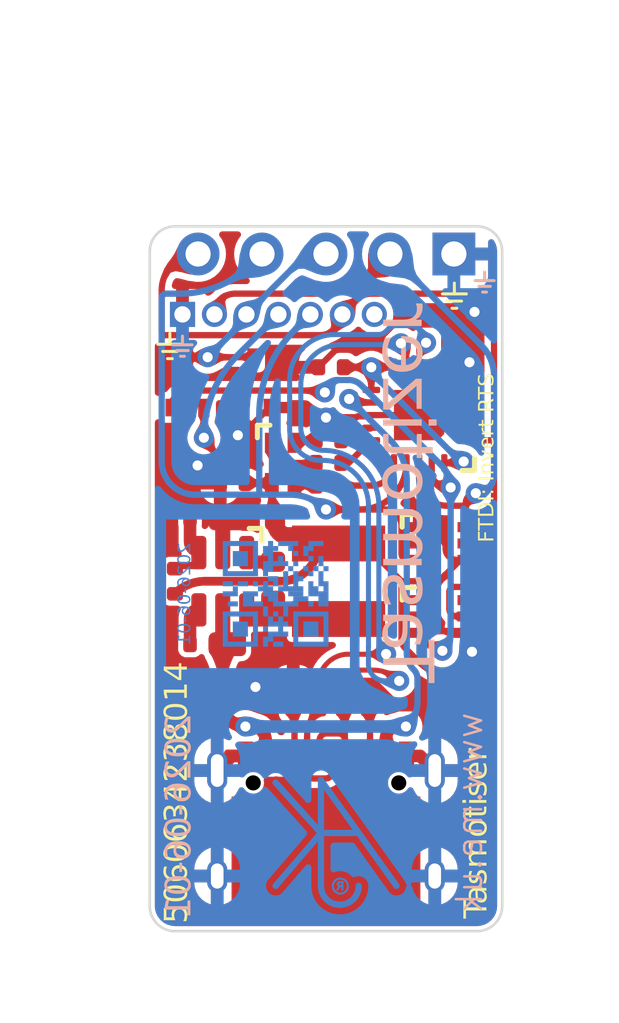
<source format=kicad_pcb>
(kicad_pcb (version 20221018) (generator pcbnew)
  (title_block (title "Tasmotizer") (rev "4") (company "Adrian Kennard, Andrews & Arnold Ltd") (comment 1 "toot.me.uk/@RevK") (comment 2 "www.me.uk"))
  (layers (0 "F.Cu" signal) (31 "B.Cu" signal) (34 "B.Paste" user) (35 "F.Paste" user) (36 "B.SilkS" user "B.Silkscreen") (37 "F.SilkS" user "F.Silkscreen") (38 "B.Mask" user) (39 "F.Mask" user) (44 "Edge.Cuts" user))
  (net 0 "")
  (net 1 "GND")
  (net 2 "VBUS")
  (net 3 "RXD")
  (net 4 "+3V3")
  (net 5 "GPIO0")
  (net 6 "TXD")
  (net 7 "RST")
  (net 8 "D-")
  (net 9 "D+")
  (net 10 "Net-(U1-3V3OUT)")
  (net 11 "Net-(D4-RK)")
  (net 12 "Net-(D4-GK)")
  (net 13 "Net-(J1-Pin_3)")
  (net 15 "Net-(J3-CC1)")
  (net 16 "Net-(J3-D+-PadA6)")
  (net 17 "Net-(J3-D--PadA7)")
  (net 19 "Net-(J3-CC2)")
  (net 21 "Net-(D4-BK)")
  (net 22 "Net-(U1-CBUS0)")
  (net 23 "Net-(U1-CBUS1)")
  (net 28 "Net-(U1-CBUS3)")
  (footprint "RevK:PinHeader_1x07_P1.27mm_Vertical" (layer "F.Cu") (at 175.11 58.5 90)
    (fp_text reference "J2" hide)
    (fp_text value "Conn_01x07")
  )
  (footprint "RevK:R_0402" (layer "F.Cu") (at 178.7 73.7 -90)
    (fp_text reference "R2" hide)
    (fp_text value "5K1" hide)
  )
  (footprint "RevK:PinHeader_1x05_P2.54mm_Right" (layer "F.Cu") (at 177 56.1 180)
    (fp_text reference "J1" hide)
    (fp_text value "Shelly 1" hide)
  )
  (footprint "RevK:QFN-20-1EP_4x4mm_P0.5mm_EP2.5x2.5mm" (layer "F.Cu") (at 180.7 62.5 180)
    (fp_text reference "U1" hide)
    (fp_text value "FT231XQ")
  )
  (footprint "RevK:USC16-TR" (layer "F.Cu") (at 177 78.5)
    (fp_text reference "J3" hide)
    (fp_text value "USB-C")
  )
  (footprint "RevK:R_0402" (layer "F.Cu") (at 175.7 73.7 90)
    (fp_text reference "R1" hide)
    (fp_text value "5K1" hide)
  )
  (footprint "RevK:R_0402" (layer "F.Cu") (at 176.7 73.7 90)
    (fp_text reference "R3" hide)
    (fp_text value "27R" hide)
  )
  (footprint "RevK:R_0402" (layer "F.Cu") (at 177.7 73.7 90)
    (fp_text reference "R4" hide)
    (fp_text value "27R" hide)
  )
  (footprint "RevK:SOT-363_SC-70-6" (layer "F.Cu") (at 181.6 70.5)
    (fp_text reference "D1" hide)
    (fp_text value "BAV99S")
  )
  (footprint "RevK:SOT-363_SC-70-6" (layer "F.Cu") (at 181.6 67.6)
    (fp_text reference "D2" hide)
    (fp_text value "BAV99S")
  )
  (footprint "RevK:C_0402" (layer "F.Cu") (at 177.2 60.6 180)
    (fp_text reference "C1" hide)
    (fp_text value "100nF" hide)
  )
  (footprint "RevK:SOT-323_SC-70" (layer "F.Cu") (at 171.5 61.2 -90)
    (fp_text reference "Q1" hide)
    (fp_text value "PMF170XP,115" hide)
  )
  (footprint "RevK:LED-RGB-1.6x1.6" (layer "F.Cu") (at 175.3 64.4 -90)
    (fp_text reference "D4" hide)
    (fp_text value "RGB")
  )
  (footprint "RevK:C_0603_" (layer "F.Cu") (at 174.2 71.6 180)
    (fp_text reference "C6" hide)
    (fp_text value "10uF 50V")
  )
  (footprint "RevK:R_0402" (layer "F.Cu") (at 177.1 64.4)
    (fp_text reference "R6" hide)
    (fp_text value "680R" hide)
  )
  (footprint "RevK:R_0402_" (layer "F.Cu") (at 172.1 66.6)
    (fp_text reference "R9" hide)
    (fp_text value "39k2" hide)
  )
  (footprint "RevK:C_0603_" (layer "F.Cu") (at 174.9 69.1 90)
    (fp_text reference "C8" hide)
    (fp_text value "100nF")
  )
  (footprint "RevK:L_4x4_" (layer "F.Cu") (at 177.5 69.1 90)
    (fp_text reference "L2" hide)
    (fp_text value "10uH")
  )
  (footprint "RevK:R_0402" (layer "F.Cu") (at 177.1 63.5)
    (fp_text reference "R7" hide)
    (fp_text value "2K" hide)
  )
  (footprint "RevK:C_0402" (layer "F.Cu") (at 173.3 65.2 180)
    (fp_text reference "C5" hide)
    (fp_text value "100nF" hide)
  )
  (footprint "RevK:SOT-323_SC-70" (layer "F.Cu") (at 174.1 61.2 -90)
    (fp_text reference "Q2" hide)
    (fp_text value "PMF250XNEX" hide)
  )
  (footprint "RevK:R_0402" (layer "F.Cu") (at 177.1 65.3)
    (fp_text reference "R11" hide)
    (fp_text value "220R" hide)
  )
  (footprint "RevK:SOT-23-6-MD8942" (layer "F.Cu") (at 172.9 69.1 90)
    (fp_text reference "U3" hide)
    (fp_text value "MD8942")
  )
  (footprint "RevK:R_0402_" (layer "F.Cu") (at 171 69.1 90)
    (fp_text reference "R8" hide)
    (fp_text value "124k" hide)
  )
  (footprint "RevK:R_0402_" (layer "F.Cu") (at 172.1 71.6 180)
    (fp_text reference "R10" hide)
    (fp_text value "1M" hide)
  )
  (footprint "RevK:C_0603_" (layer "F.Cu") (at 174.2 66.6 180)
    (fp_text reference "C7" hide)
    (fp_text value "10uF 6.3V")
  )
  (footprint "RevK:QR-TAS" (layer "B.Cu") (at 175 69.6 90)
    (fp_text reference "Art2" hide)
    (fp_text value "QR" hide)
  )
  (footprint "RevK:AJK" (layer "B.Cu") (at 176.8 79.1 180)
    (fp_text reference "Art1" hide)
    (fp_text value "AJK" hide)
  )
  (gr_line (start 170 56) (end 170 82) (stroke (width 0.1)) (layer "Edge.Cuts"))
  (gr_arc (start 183 55) (mid 183.707107 55.292893) (end 184 56) (stroke (width 0.1)) (layer "Edge.Cuts"))
  (gr_arc (start 170 56) (mid 170.292893 55.292893) (end 171 55) (stroke (width 0.1)) (layer "Edge.Cuts"))
  (gr_arc (start 171 83) (mid 170.292893 82.707107) (end 170 82) (stroke (width 0.1)) (layer "Edge.Cuts"))
  (gr_line (start 171 83) (end 183 83) (stroke (width 0.1)) (layer "Edge.Cuts"))
  (gr_arc (start 184 82) (mid 183.707107 82.707107) (end 183 83) (stroke (width 0.1)) (layer "Edge.Cuts"))
  (gr_line (start 183 55) (end 171 55) (stroke (width 0.1)) (layer "Edge.Cuts"))
  (gr_line (start 184 82) (end 184 56) (stroke (width 0.1)) (layer "Edge.Cuts"))
  (gr_text "⏚" (at 183.3 57.25) (layer "B.SilkS") (effects (font (size 0.8 0.8) (thickness 0.12)) (justify mirror)))
  (gr_text "${CURRENT_DATE}" (at 171.2 82.5 90) (layer "B.SilkS") (effects (font (size 1 1)) (justify right mirror)))
  (gr_text "⏚" (at 171.3 59.8) (layer "B.SilkS") (effects (font (size 0.8 0.8) (thickness 0.12)) (justify mirror)))
  (gr_text "Tasmotizer" (at 180.1 65.6 -90) (layer "B.SilkS") (effects (font (size 2 2)) (justify mirror)))
  (gr_text "⏚" (at 182.1 57.8) (layer "F.SilkS") (effects (font (size 1 1) (thickness 0.12))))
  (gr_text "FTDI: Invert RTS" (at 183.4 64.2 90) (layer "F.SilkS") (effects (font (size 0.6 0.6) (thickness 0.12))))
  (gr_text "⏚" (at 170.8 59.8) (layer "F.SilkS") (effects (font (size 1 1) (thickness 0.12))))
  (gr_text "5060634238014" (at 171.1 82.7 90) (layer "F.SilkS") (effects (font (size 0.9 0.9)) (justify left)))
  (gr_text "Tasmotiser" (at 183 82.5 90) (layer "F.SilkS") (effects (font (size 0.9 0.9)) (justify left)))
  (segment (start 180.2 76.04) (end 180.74 76.04) (width 0.5) (layer "F.Cu") (net 1))
  (segment (start 173.5 63.3) (end 173.65 63.3) (width 0.25) (layer "F.Cu") (net 1))
  (segment (start 181.4 58.9) (end 179.686727 58.9) (width 0.25) (layer "F.Cu") (net 1))
  (segment (start 182.55 71.15) (end 181.975 71.15) (width 0.25) (layer "F.Cu") (net 1))
  (segment (start 182.55 68.25) (end 182.2 68.25) (width 0.25) (layer "F.Cu") (net 1))
  (segment (start 179.261727 59.325) (end 177.975 59.325) (width 0.25) (layer "F.Cu") (net 1))
  (segment (start 182.55 68.25) (end 182.338604 68.25) (width 0.25) (layer "F.Cu") (net 1))
  (segment (start 178.253661 62.55) (end 178.21992 62.583741) (width 0.25) (layer "F.Cu") (net 1))
  (segment (start 181.7 61.5) (end 180.7 62.5) (width 0.25) (layer "F.Cu") (net 1))
  (segment (start 181.75 67.8) (end 181.75 67.5) (width 0.25) (layer "F.Cu") (net 1))
  (segment (start 180.65 69.85) (end 180.95 69.85) (width 0.25) (layer "F.Cu") (net 1))
  (segment (start 173.65 63.3) (end 174.75 62.2) (width 0.25) (layer "F.Cu") (net 1))
  (segment (start 173.26 76.04) (end 172.68 76.62) (width 0.5) (layer "F.Cu") (net 1))
  (segment (start 182.6 63) (end 181.2 63) (width 0.25) (layer "F.Cu") (net 1))
  (segment (start 180.65 66.95) (end 181.2 66.95) (width 0.25) (layer "F.Cu") (net 1))
  (segment (start 182.6 62) (end 181.2 62) (width 0.25) (layer "F.Cu") (net 1))
  (segment (start 173.8 76.04) (end 173.26 76.04) (width 0.5) (layer "F.Cu") (net 1))
  (segment (start 182.338604 68.25) (end 180.738604 69.85) (width 0.25) (layer "F.Cu") (net 1))
  (segment (start 181.7 59.2) (end 181.4 58.9) (width 0.25) (layer "F.Cu") (net 1))
  (segment (start 180.620498 74.020498) (end 181.32 74.72) (width 0.5) (layer "F.Cu") (net 1))
  (segment (start 178.7 73.2) (end 178.847315 73.2) (width 0.5) (layer "F.Cu") (net 1))
  (segment (start 180.74 76.04) (end 181.32 76.62) (width 0.5) (layer "F.Cu") (net 1))
  (segment (start 178.75 62.55) (end 178.253661 62.55) (width 0.25) (layer "F.Cu") (net 1))
  (segment (start 181.7 60.6) (end 181.7 61.5) (width 0.25) (layer "F.Cu") (net 1))
  (segment (start 179.667813 74.020498) (end 180.620498 74.020498) (width 0.5) (layer "F.Cu") (net 1))
  (segment (start 178.8 62.5) (end 180.7 62.5) (width 0.25) (layer "F.Cu") (net 1))
  (segment (start 174.75 62.2) (end 176.034315 62.2) (width 0.25) (layer "F.Cu") (net 1))
  (segment (start 182.6 62.5) (end 180.7 62.5) (width 0.25) (layer "F.Cu") (net 1))
  (segment (start 181.32 74.72) (end 181.32 76.62) (width 0.5) (layer "F.Cu") (net 1))
  (segment (start 178.847315 73.2) (end 179.667813 74.020498) (width 0.5) (layer "F.Cu") (net 1))
  (segment (start 182.6 61.5) (end 181.7 61.5) (width 0.25) (layer "F.Cu") (net 1))
  (segment (start 181.4 70.3) (end 181.4 70.575) (width 0.25) (layer "F.Cu") (net 1))
  (segment (start 179.686727 58.9) (end 179.261727 59.325) (width 0.25) (layer "F.Cu") (net 1))
  (segment (start 182.55 71.15) (end 182.55 71.65) (width 0.25) (layer "F.Cu") (net 1))
  (segment (start 177.975 59.325) (end 176.7 60.6) (width 0.25) (layer "F.Cu") (net 1))
  (segment (start 178.21992 62.583741) (end 177.016259 62.583741) (width 0.25) (layer "F.Cu") (net 1))
  (segment (start 177.016259 62.583741) (end 177 62.6) (width 0.25) (layer "F.Cu") (net 1))
  (segment (start 178.8 62.5) (end 178.75 62.55) (width 0.25) (layer "F.Cu") (net 1))
  (segment (start 181.7 60.6) (end 181.7 59.2) (width 0.25) (layer "F.Cu") (net 1))
  (segment (start 182.55 71.65) (end 182.8 71.9) (width 0.25) (layer "F.Cu") (net 1))
  (via (at 182.7 60.4) (size 0.8) (drill 0.4) (layers "F.Cu" "B.Cu") (net 1))
  (via (at 174.2 73.3) (size 0.8) (drill 0.4) (layers "F.Cu" "B.Cu") (net 1))
  (via (at 171.9 64.5) (size 0.8) (drill 0.4) (layers "F.Cu" "B.Cu") (net 1))
  (via (at 173.5 63.3) (size 0.8) (drill 0.4) (layers "F.Cu" "B.Cu") (net 1))
  (via (at 182.8 71.9) (size 0.8) (drill 0.4) (layers "F.Cu" "B.Cu") (net 1))
  (via (at 177 62.6) (size 0.8) (drill 0.4) (layers "F.Cu" "B.Cu") (net 1))
  (via (at 182.9 58.4) (size 0.8) (drill 0.4) (layers "F.Cu" "B.Cu") (net 1))
  (arc (start 176.034315 62.2) (mid 176.55694 62.303957) (end 177 62.6) (width 0.25) (layer "F.Cu") (net 1))
  (arc (start 182.2 68.25) (mid 181.881802 68.118198) (end 181.75 67.8) (width 0.25) (layer "F.Cu") (net 1))
  (arc (start 181.2 66.95) (mid 181.588909 67.111091) (end 181.75 67.5) (width 0.25) (layer "F.Cu") (net 1))
  (arc (start 181.975 71.15) (mid 181.568414 70.981586) (end 181.4 70.575) (width 0.25) (layer "F.Cu") (net 1))
  (arc (start 180.95 69.85) (mid 181.268198 69.981802) (end 181.4 70.3) (width 0.25) (layer "F.Cu") (net 1))
  (segment (start 180.9 72.388901) (end 180.9 66.5) (width 0.25) (layer "B.Cu") (net 1))
  (segment (start 181.32 72.808901) (end 180.9 72.388901) (width 0.25) (layer "B.Cu") (net 1))
  (segment (start 181.32 76.62) (end 181.32 72.808901) (width 0.25) (layer "B.Cu") (net 1))
  (segment (start 172.9 73.970498) (end 172.9 71.6) (width 0.5) (layer "F.Cu") (net 2))
  (segment (start 174.6 76.04) (end 174.6 75.4) (width 0.5) (layer "F.Cu") (net 2))
  (segment (start 179.4 76.04) (end 179.4 75.270498) (width 0.5) (layer "F.Cu") (net 2))
  (segment (start 178.060874 62) (end 177.919615 61.858741) (width 0.25) (layer "F.Cu") (net 2))
  (segment (start 179.8 74.870498) (end 180.175 74.870498) (width 0.5) (layer "F.Cu") (net 2))
  (segment (start 173.8 74.870498) (end 174.070498 74.870498) (width 0.5) (layer "F.Cu") (net 2))
  (segment (start 178.8 62) (end 178.060874 62) (width 0.25) (layer "F.Cu") (net 2))
  (via (at 177.919615 61.858741) (size 0.8) (drill 0.4) (layers "F.Cu" "B.Cu") (net 2))
  (via (at 173.8 74.870498) (size 0.8) (drill 0.4) (layers "F.Cu" "B.Cu") (net 2))
  (via (at 180.175 74.870498) (size 0.8) (drill 0.4) (layers "F.Cu" "B.Cu") (net 2))
  (arc (start 173.8 74.870498) (mid 173.163604 74.606894) (end 172.9 73.970498) (width 0.5) (layer "F.Cu") (net 2))
  (arc (start 174.070498 74.870498) (mid 174.444912 75.025586) (end 174.6 75.4) (width 0.5) (layer "F.Cu") (net 2))
  (arc (start 179.4 75.270498) (mid 179.517157 74.987655) (end 179.8 74.870498) (width 0.5) (layer "F.Cu") (net 2))
  (segment (start 180.175 74.870498) (end 180.271165 74.774333) (width 0.25) (layer "B.Cu") (net 2))
  (segment (start 180.633326 72.965063) (end 180.633326 73.9) (width 0.25) (layer "B.Cu") (net 2))
  (segment (start 173.8 74.870498) (end 180.175 74.870498) (width 0.5) (layer "B.Cu") (net 2))
  (segment (start 180.208631 65.1) (end 180.208631 71.93976) (width 0.25) (layer "B.Cu") (net 2))
  (segment (start 177.919615 61.858741) (end 179.535293 63.474419) (width 0.25) (layer "B.Cu") (net 2))
  (arc (start 180.487351 72.612649) (mid 180.595388 72.774338) (end 180.633326 72.965063) (width 0.25) (layer "B.Cu") (net 2))
  (arc (start 180.271165 74.774333) (mid 180.539203 74.373186) (end 180.633326 73.9) (width 0.25) (layer "B.Cu") (net 2))
  (arc (start 180.208631 71.93976) (mid 180.281067 72.303924) (end 180.487351 72.612649) (width 0.25) (layer "B.Cu") (net 2))
  (arc (start 179.535293 63.474419) (mid 180.033636 64.220241) (end 180.208631 65.1) (width 0.25) (layer "B.Cu") (net 2))
  (segment (start 180 68) (end 180 66.8875) (width 0.25) (layer "F.Cu") (net 3))
  (segment (start 177 66.25) (end 178.35 66.25) (width 0.25) (layer "F.Cu") (net 3))
  (segment (start 179.3625 66.25) (end 177 66.25) (width 0.25) (layer "F.Cu") (net 3))
  (segment (start 180.65 68.25) (end 180.25 68.25) (width 0.25) (layer "F.Cu") (net 3))
  (via (at 177 66.25) (size 0.8) (drill 0.4) (layers "F.Cu" "B.Cu") (net 3))
  (arc (start 180 66.8875) (mid 179.813281 66.436719) (end 179.3625 66.25) (width 0.25) (layer "F.Cu") (net 3))
  (arc (start 180.25 68.25) (mid 180.073223 68.176777) (end 180 68) (width 0.25) (layer "F.Cu") (net 3))
  (arc (start 178.35 66.25) (mid 179.658148 65.708148) (end 180.2 64.4) (width 0.25) (layer "F.Cu") (net 3))
  (segment (start 171.8 65.661231) (end 174.4 65.661231) (width 0.25) (layer "B.Cu") (net 3))
  (segment (start 174.4 65.661231) (end 175.578586 65.661231) (width 0.25) (layer "B.Cu") (net 3))
  (segment (start 175.743 59.136999) (end 176.38 58.5) (width 0.25) (layer "B.Cu") (net 3))
  (segment (start 170.475 57.85) (end 170.475 64.336231) (width 0.25) (layer "B.Cu") (net 3))
  (segment (start 174.35 62.5) (end 174.35 65.611231) (width 0.25) (layer "B.Cu") (net 3))
  (segment (start 171.2 57.675) (end 170.65 57.675) (width 0.25) (layer "B.Cu") (net 3))
  (arc (start 174.076475 56.483525) (mid 172.756737 57.365345) (end 171.2 57.675) (width 0.25) (layer "B.Cu") (net 3))
  (arc (start 170.475 64.336231) (mid 170.863084 65.273147) (end 171.8 65.661231) (width 0.25) (layer "B.Cu") (net 3))
  (arc (start 174.35 62.5) (mid 174.712029 60.679957) (end 175.743 59.136999) (width 0.25) (layer "B.Cu") (net 3))
  (arc (start 174.35 65.611231) (mid 174.364645 65.646586) (end 174.4 65.661231) (width 0.25) (layer "B.Cu") (net 3))
  (arc (start 170.65 57.675) (mid 170.526256 57.726256) (end 170.475 57.85) (width 0.25) (layer "B.Cu") (net 3))
  (arc (start 177 66.25) (mid 176.34785 65.814247) (end 175.578586 65.661231) (width 0.25) (layer "B.Cu") (net 3))
  (segment (start 180.9 69) (end 181.229289 68.670711) (width 0.25) (layer "F.Cu") (net 4))
  (segment (start 180 70.425) (end 180 71.407196) (width 0.25) (layer "F.Cu") (net 4))
  (segment (start 180 70.425) (end 180 69.1) (width 0.25) (layer "F.Cu") (net 4))
  (segment (start 172.15 63.4) (end 172.15 62.2) (width 0.25) (layer "F.Cu") (net 4))
  (segment (start 180.075 70.5) (end 180 70.425) (width 0.25) (layer "F.Cu") (net 4))
  (segment (start 180.144339 71.755661) (end 180.694339 72.305661) (width 0.25) (layer "F.Cu") (net 4))
  (segment (start 183.2 68) (end 183.2 68.6) (width 0.25) (layer "F.Cu") (net 4))
  (segment (start 182.55 67.6) (end 182.8 67.6) (width 0.25) (layer "F.Cu") (net 4))
  (segment (start 180.65 70.5) (end 180.075 70.5) (width 0.25) (layer "F.Cu") (net 4))
  (segment (start 180 69.1) (end 180.658579 69.1) (width 0.25) (layer "F.Cu") (net 4))
  (segment (start 182.2 70.5) (end 182.55 70.5) (width 0.25) (layer "F.Cu") (net 4))
  (segment (start 180 69.1) (end 178.5 67.6) (width 0.25) (layer "F.Cu") (net 4))
  (segment (start 183.675 72.3) (end 183.675 71.1) (width 0.25) (layer "F.Cu") (net 4))
  (segment (start 180.9 67.6) (end 180.65 67.6) (width 0.25) (layer "F.Cu") (net 4))
  (segment (start 182.1292 72.9) (end 183.075 72.9) (width 0.25) (layer "F.Cu") (net 4))
  (segment (start 182.475 69.325) (end 182.1 69.325) (width 0.25) (layer "F.Cu") (net 4))
  (segment (start 174.85 66.475) (end 174.85 65.2) (width 0.25) (layer "F.Cu") (net 4))
  (segment (start 172.15 63.55) (end 172.15 63.4) (width 0.25) (layer "F.Cu") (net 4))
  (segment (start 173.8 65.2) (end 172.15 63.55) (width 0.25) (layer "F.Cu") (net 4))
  (segment (start 181.3 68.5) (end 181.3 68) (width 0.25) (layer "F.Cu") (net 4))
  (segment (start 181.9 69.525) (end 181.9 70.2) (width 0.25) (layer "F.Cu") (net 4))
  (segment (start 183.075 70.5) (end 182.55 70.5) (width 0.25) (layer "F.Cu") (net 4))
  (segment (start 173.8 65.2) (end 174.85 65.2) (width 0.25) (layer "F.Cu") (net 4))
  (via (at 172.15 63.4) (size 0.8) (drill 0.4) (layers "F.Cu" "B.Cu") (net 4))
  (arc (start 182.8 67.6) (mid 183.082843 67.717157) (end 183.2 68) (width 0.25) (layer "F.Cu") (net 4))
  (arc (start 181.3 68) (mid 181.182843 67.717157) (end 180.9 67.6) (width 0.25) (layer "F.Cu") (net 4))
  (arc (start 183.2 68.6) (mid 182.987652 69.112652) (end 182.475 69.325) (width 0.25) (layer "F.Cu") (net 4))
  (arc (start 180.658579 69.1) (mid 180.789236 69.07401) (end 180.9 69) (width 0.25) (layer "F.Cu") (net 4))
  (arc (start 183.075 72.9) (mid 183.499264 72.724264) (end 183.675 72.3) (width 0.25) (layer "F.Cu") (net 4))
  (arc (start 181.9 70.2) (mid 181.987868 70.412132) (end 182.2 70.5) (width 0.25) (layer "F.Cu") (net 4))
  (arc (start 182.1 69.325) (mid 181.958579 69.383579) (end 181.9 69.525) (width 0.25) (layer "F.Cu") (net 4))
  (arc (start 183.675 71.1) (mid 183.499264 70.675736) (end 183.075 70.5) (width 0.25) (layer "F.Cu") (net 4))
  (arc (start 181.229289 68.670711) (mid 181.281623 68.592389) (end 181.3 68.5) (width 0.25) (layer "F.Cu") (net 4))
  (arc (start 180 71.407196) (mid 180.037512 71.595784) (end 180.144339 71.755661) (width 0.25) (layer "F.Cu") (net 4))
  (arc (start 180.694339 72.305661) (mid 181.35266 72.745536) (end 182.1292 72.9) (width 0.25) (layer "F.Cu") (net 4))
  (segment (start 173.521787 60.088213) (end 175.11 58.5) (width 0.25) (layer "B.Cu") (net 4))
  (arc (start 172.15 63.4) (mid 172.506516 61.607674) (end 173.521787 60.088213) (width 0.25) (layer "B.Cu") (net 4))
  (segment (start 178.78878 56.851221) (end 179.54 56.1) (width 0.25) (layer "F.Cu") (net 5))
  (segment (start 176.8 57.675) (end 173.395 57.675) (width 0.25) (layer "F.Cu") (net 5))
  (segment (start 182.55 66.95) (end 182.55 66.1) (width 0.25) (layer "F.Cu") (net 5))
  (segment (start 182.55 66.1) (end 182.55 66.001633) (width 0.25) (layer "F.Cu") (net 5))
  (segment (start 182.55 66.001633) (end 182.55 66.95) (width 0.25) (layer "F.Cu") (net 5))
  (segment (start 182.55 66.1) (end 181.8 66.1) (width 0.25) (layer "F.Cu") (net 5))
  (segment (start 180.7 65) (end 180.7 64.4) (width 0.25) (layer "F.Cu") (net 5))
  (via (at 182.95 65.601633) (size 0.8) (drill 0.4) (layers "F.Cu" "B.Cu") (net 5))
  (arc (start 181.8 66.1) (mid 181.022183 65.777817) (end 180.7 65) (width 0.25) (layer "F.Cu") (net 5))
  (arc (start 182.95 65.601633) (mid 182.667157 65.71879) (end 182.55 66.001633) (width 0.25) (layer "F.Cu") (net 5))
  (arc (start 173.395 57.675) (mid 172.811637 57.916637) (end 172.57 58.5) (width 0.25) (layer "F.Cu") (net 5))
  (arc (start 176.8 57.675) (mid 177.87632 57.460907) (end 178.78878 56.851221) (width 0.25) (layer "F.Cu") (net 5))
  (segment (start 183.675 63.9) (end 183.675 64.1) (width 0.25) (layer "B.Cu") (net 5))
  (segment (start 183.675 64.1) (end 183.675 64.8) (width 0.25) (layer "B.Cu") (net 5))
  (segment (start 183.17 59.73) (end 179.54 56.1) (width 0.25) (layer "B.Cu") (net 5))
  (segment (start 183.675 64.8) (end 183.675 64.825) (width 0.25) (layer "B.Cu") (net 5))
  (segment (start 183.675 64.825) (end 183.675 64.1) (width 0.25) (layer "B.Cu") (net 5))
  (segment (start 183.675 64.876633) (end 183.675 63.9) (width 0.25) (layer "B.Cu") (net 5))
  (segment (start 183.675 63.9) (end 183.675 60.949177) (width 0.25) (layer "B.Cu") (net 5))
  (arc (start 182.95 65.601633) (mid 183.462652 65.389285) (end 183.675 64.876633) (width 0.25) (layer "B.Cu") (net 5))
  (arc (start 183.675 60.949177) (mid 183.543755 60.289364) (end 183.17 59.73) (width 0.25) (layer "B.Cu") (net 5))
  (segment (start 178.8 57.675) (end 183.05 57.675) (width 0.25) (layer "F.Cu") (net 6))
  (segment (start 183.675 68.7) (end 183.675 68.725) (width 0.25) (layer "F.Cu") (net 6))
  (segment (start 177.65 58.5) (end 178.24519 57.90481) (width 0.25) (layer "F.Cu") (net 6))
  (segment (start 183.675 58.3) (end 183.675 63.5) (width 0.25) (layer "F.Cu") (net 6))
  (segment (start 170.475 59.175) (end 170.475 57.545) (width 0.25) (layer "F.Cu") (net 6))
  (segment (start 176.752083 59.325) (end 170.625 59.325) (width 0.25) (layer "F.Cu") (net 6))
  (segment (start 183.675 68.7) (end 183.675 63.5) (width 0.25) (layer "F.Cu") (net 6))
  (segment (start 182.6 63.5) (end 183.675 63.5) (width 0.25) (layer "F.Cu") (net 6))
  (arc (start 183.675 68.725) (mid 183.345495 69.520495) (end 182.55 69.85) (width 0.25) (layer "F.Cu") (net 6))
  (arc (start 170.625 59.325) (mid 170.518934 59.281066) (end 170.475 59.175) (width 0.25) (layer "F.Cu") (net 6))
  (arc (start 177.577083 58.5) (mid 177.335446 59.083363) (end 176.752083 59.325) (width 0.25) (layer "F.Cu") (net 6))
  (arc (start 170.475 57.545) (mid 170.898231 56.523231) (end 171.92 56.1) (width 0.25) (layer "F.Cu") (net 6))
  (arc (start 178.24519 57.90481) (mid 178.499739 57.734726) (end 178.8 57.675) (width 0.25) (layer "F.Cu") (net 6))
  (arc (start 183.05 57.675) (mid 183.491942 57.858058) (end 183.675 58.3) (width 0.25) (layer "F.Cu") (net 6))
  (segment (start 173.4 61.525) (end 176.880636 61.525) (width 0.25) (layer "F.Cu") (net 7))
  (segment (start 181.2 64.4) (end 181.2 64.798008) (width 0.25) (layer "F.Cu") (net 7))
  (segment (start 176.880636 61.525) (end 176.954083 61.598447) (width 0.25) (layer "F.Cu") (net 7))
  (segment (start 181.952129 65.375) (end 181.776992 65.375) (width 0.25) (layer "F.Cu") (net 7))
  (segment (start 173.45 62.2) (end 173.45 61.575) (width 0.25) (layer "F.Cu") (net 7))
  (segment (start 181.177137 71.677137) (end 180.65 71.15) (width 0.25) (layer "F.Cu") (net 7))
  (segment (start 171.525 61.525) (end 173.4 61.525) (width 0.25) (layer "F.Cu") (net 7))
  (via (at 181.625 71.862648) (size 0.8) (drill 0.4) (layers "F.Cu" "B.Cu") (net 7))
  (via (at 176.954083 61.598447) (size 0.8) (drill 0.4) (layers "F.Cu" "B.Cu") (net 7))
  (via (at 181.952129 65.375) (size 0.8) (drill 0.4) (layers "F.Cu" "B.Cu") (net 7))
  (arc (start 170.85 62.2) (mid 171.047703 61.722703) (end 171.525 61.525) (width 0.25) (layer "F.Cu") (net 7))
  (arc (start 181.625 71.862648) (mid 181.382618 71.814435) (end 181.177137 71.677137) (width 0.25) (layer "F.Cu") (net 7))
  (arc (start 181.776992 65.375) (mid 181.368997 65.206003) (end 181.2 64.798008) (width 0.25) (layer "F.Cu") (net 7))
  (arc (start 173.45 61.575) (mid 173.435355 61.539645) (end 173.4 61.525) (width 0.25) (layer "F.Cu") (net 7))
  (segment (start 178.397439 61.311261) (end 181.592177 64.505999) (width 0.25) (layer "B.Cu") (net 7))
  (segment (start 177.9 61.105215) (end 177.447315 61.105215) (width 0.25) (layer "B.Cu") (net 7))
  (segment (start 181.952129 71.072889) (end 181.952129 65.375) (width 0.25) (layer "B.Cu") (net 7))
  (arc (start 178.397439 61.311261) (mid 178.169212 61.158765) (end 177.9 61.105215) (width 0.25) (layer "B.Cu") (net 7))
  (arc (start 181.952129 65.375) (mid 181.858581 64.9047) (end 181.592177 64.505999) (width 0.25) (layer "B.Cu") (net 7))
  (arc (start 181.625 71.862648) (mid 181.867111 71.500304) (end 181.952129 71.072889) (width 0.25) (layer "B.Cu") (net 7))
  (arc (start 177.447315 61.105215) (mid 177.098547 61.249679) (end 176.954083 61.598447) (width 0.25) (layer "B.Cu") (net 7))
  (segment (start 180.2 60.6) (end 180.2 59.872563) (width 0.2) (layer "F.Cu") (net 8))
  (segment (start 179.378718 71.99945) (end 179.388195 71.989973) (width 0.2) (layer "F.Cu") (net 8))
  (segment (start 180.2 59.872563) (end 179.975258 59.647821) (width 0.2) (layer "F.Cu") (net 8))
  (segment (start 177.79762 71.99945) (end 179.378718 71.99945) (width 0.2) (layer "F.Cu") (net 8))
  (via (at 179.975258 59.647821) (size 0.8) (drill 0.4) (layers "F.Cu" "B.Cu") (net 8))
  (via (at 179.388195 71.989973) (size 0.8) (drill 0.4) (layers "F.Cu" "B.Cu") (net 8))
  (arc (start 176.7 73.2) (mid 177.015961 72.387484) (end 177.79762 71.99945) (width 0.2) (layer "F.Cu") (net 8))
  (segment (start 179.1 66.1) (end 179.1 71.701778) (width 0.2) (layer "B.Cu") (net 8))
  (segment (start 179.923079 59.7) (end 177.6 59.7) (width 0.2) (layer "B.Cu") (net 8))
  (segment (start 176 61.3) (end 176 63) (width 0.2) (layer "B.Cu") (net 8))
  (segment (start 179.975258 59.647821) (end 179.923079 59.7) (width 0.2) (layer "B.Cu") (net 8))
  (arc (start 176.9 63.9) (mid 178.455635 64.544365) (end 179.1 66.1) (width 0.2) (layer "B.Cu") (net 8))
  (arc (start 177.6 59.7) (mid 176.468629 60.168629) (end 176 61.3) (width 0.2) (layer "B.Cu") (net 8))
  (arc (start 176 63) (mid 176.263604 63.636396) (end 176.9 63.9) (width 0.2) (layer "B.Cu") (net 8))
  (arc (start 179.1 71.701778) (mid 179.18441 71.905563) (end 179.388195 71.989973) (width 0.2) (layer "B.Cu") (net 8))
  (segment (start 180.7 59.9) (end 180.975 59.625) (width 0.2) (layer "F.Cu") (net 9))
  (segment (start 180.7 60.6) (end 180.7 59.9) (width 0.2) (layer "F.Cu") (net 9))
  (segment (start 178.27 72.63) (end 178.872803 72.63) (width 0.2) (layer "F.Cu") (net 9))
  (via (at 179.908326 73.058928) (size 0.8) (drill 0.4) (layers "F.Cu" "B.Cu") (net 9))
  (via (at 180.975 59.625) (size 0.8) (drill 0.4) (layers "F.Cu" "B.Cu") (net 9))
  (arc (start 177.7 73.2) (mid 177.866949 72.796949) (end 178.27 72.63) (width 0.2) (layer "F.Cu") (net 9))
  (arc (start 178.872803 72.63) (mid 179.433224 72.741475) (end 179.908326 73.058928) (width 0.2) (layer "F.Cu") (net 9))
  (segment (start 178.686314 72.386314) (end 178.686314 71.707398) (width 0.2) (layer "B.Cu") (net 9))
  (segment (start 179.908326 73.058928) (end 179.358928 73.058928) (width 0.2) (layer "B.Cu") (net 9))
  (segment (start 178.688195 71.705517) (end 178.688195 66.1) (width 0.2) (layer "B.Cu") (net 9))
  (segment (start 179.375685 59.175685) (end 179.466707 59.084663) (width 0.2) (layer "B.Cu") (net 9))
  (segment (start 175.556777 63.056777) (end 175.556777 61.1) (width 0.2) (layer "B.Cu") (net 9))
  (segment (start 178.686314 71.707398) (end 178.688195 71.705517) (width 0.2) (layer "B.Cu") (net 9))
  (segment (start 179.8 58.946608) (end 180.296608 58.946608) (width 0.2) (layer "B.Cu") (net 9))
  (segment (start 177.356777 59.3) (end 179.075563 59.3) (width 0.2) (layer "B.Cu") (net 9))
  (segment (start 176.888195 64.3) (end 176.8 64.3) (width 0.2) (layer "B.Cu") (net 9))
  (arc (start 180.296608 58.946608) (mid 180.776304 59.145304) (end 180.975 59.625) (width 0.2) (layer "B.Cu") (net 9))
  (arc (start 178.688195 66.1) (mid 178.160987 64.827208) (end 176.888195 64.3) (width 0.2) (layer "B.Cu") (net 9))
  (arc (start 176.8 64.3) (mid 175.920909 63.935868) (end 175.556777 63.056777) (width 0.2) (layer "B.Cu") (net 9))
  (arc (start 179.466707 59.084663) (mid 179.619623 58.982488) (end 179.8 58.946608) (width 0.2) (layer "B.Cu") (net 9))
  (arc (start 179.075563 59.3) (mid 179.237988 59.267692) (end 179.375685 59.175685) (width 0.2) (layer "B.Cu") (net 9))
  (arc (start 175.556777 61.1) (mid 176.083985 59.827208) (end 177.356777 59.3) (width 0.2) (layer "B.Cu") (net 9))
  (arc (start 179.358928 73.058928) (mid 178.883318 72.861924) (end 178.686314 72.386314) (width 0.2) (layer "B.Cu") (net 9))
  (segment (start 179.7 60.6) (end 178.8 60.6) (width 0.25) (layer "F.Cu") (net 10))
  (segment (start 181.7 64.4) (end 182.413287 64.4) (width 0.25) (layer "F.Cu") (net 10))
  (segment (start 178.8 61.5) (end 178.8 60.6) (width 0.25) (layer "F.Cu") (net 10))
  (segment (start 182.413287 64.4) (end 182.469271 64.344016) (width 0.25) (layer "F.Cu") (net 10))
  (segment (start 178.8 60.6) (end 177.7 60.6) (width 0.25) (layer "F.Cu") (net 10))
  (via (at 178.8 60.6) (size 0.8) (drill 0.4) (layers "F.Cu" "B.Cu") (net 10))
  (via (at 182.469271 64.344016) (size 0.8) (drill 0.4) (layers "F.Cu" "B.Cu") (net 10))
  (segment (start 178.8 60.8) (end 182.344016 64.344016) (width 0.25) (layer "B.Cu") (net 10))
  (segment (start 178.8 60.6) (end 178.8 60.8) (width 0.25) (layer "B.Cu") (net 10))
  (segment (start 182.344016 64.344016) (end 182.469271 64.344016) (width 0.25) (layer "B.Cu") (net 10))
  (segment (start 174.85 63.6) (end 174.85 64.15) (width 0.25) (layer "F.Cu") (net 11))
  (segment (start 176.6 64.4) (end 175.1 64.4) (width 0.25) (layer "F.Cu") (net 11))
  (arc (start 174.85 64.15) (mid 174.923223 64.326777) (end 175.1 64.4) (width 0.25) (layer "F.Cu") (net 11))
  (segment (start 176.6 63.5) (end 175.85 63.5) (width 0.25) (layer "F.Cu") (net 12))
  (segment (start 172.3 60.2) (end 174.1 60.2) (width 0.25) (layer "F.Cu") (net 13))
  (segment (start 171.5 60.2) (end 172.3 60.2) (width 0.25) (layer "F.Cu") (net 13))
  (via (at 172.3 60.2) (size 0.8) (drill 0.4) (layers "F.Cu" "B.Cu") (net 13))
  (segment (start 173.84 58.66) (end 172.3 60.2) (width 0.25) (layer "B.Cu") (net 13))
  (segment (start 172.3 60.2) (end 173.726862 58.773138) (width 0.25) (layer "B.Cu") (net 13))
  (segment (start 173.84 58.5) (end 176.24 56.1) (width 0.25) (layer "B.Cu") (net 13))
  (segment (start 176.24 56.1) (end 177 56.1) (width 0.25) (layer "B.Cu") (net 13))
  (segment (start 175.75 76.04) (end 175.75 74.25) (width 0.25) (layer "F.Cu") (net 15))
  (segment (start 177.490685 75.145) (end 177.009315 75.145) (width 0.25) (layer "F.Cu") (net 16))
  (segment (start 177.75 76.04) (end 177.75 75.404315) (width 0.25) (layer "F.Cu") (net 16))
  (segment (start 176.75 76.04) (end 176.75 75.404315) (width 0.25) (layer "F.Cu") (net 16))
  (segment (start 177.75 76.04) (end 177.75 74.25) (width 0.25) (layer "F.Cu") (net 16))
  (arc (start 177.75 75.404315) (mid 177.674048 75.220952) (end 177.490685 75.145) (width 0.25) (layer "F.Cu") (net 16))
  (arc (start 176.75 75.404315) (mid 176.825952 75.220952) (end 177.009315 75.145) (width 0.25) (layer "F.Cu") (net 16))
  (segment (start 176.25 76.04) (end 176.25 76.675685) (width 0.25) (layer "F.Cu") (net 17))
  (segment (start 176.509315 76.935) (end 176.990685 76.935) (width 0.25) (layer "F.Cu") (net 17))
  (segment (start 177.25 76.04) (end 177.25 76.675685) (width 0.25) (layer "F.Cu") (net 17))
  (segment (start 176.25 75.286396) (end 176.25 76.04) (width 0.25) (layer "F.Cu") (net 17))
  (arc (start 176.7 74.2) (mid 176.366951 74.698442) (end 176.25 75.286396) (width 0.25) (layer "F.Cu") (net 17))
  (arc (start 177.25 76.675685) (mid 177.174048 76.859048) (end 176.990685 76.935) (width 0.25) (layer "F.Cu") (net 17))
  (arc (start 176.25 76.675685) (mid 176.325952 76.859048) (end 176.509315 76.935) (width 0.25) (layer "F.Cu") (net 17))
  (segment (start 178.75 76.04) (end 178.75 74.25) (width 0.25) (layer "F.Cu") (net 19))
  (segment (start 176.6 65.3) (end 175.85 65.3) (width 0.25) (layer "F.Cu") (net 21))
  (segment (start 178.8 63.5) (end 177.9 64.4) (width 0.25) (layer "F.Cu") (net 22))
  (segment (start 177.9 64.4) (end 177.6 64.4) (width 0.25) (layer "F.Cu") (net 22))
  (segment (start 178.066259 63.033741) (end 178.766259 63.033741) (width 0.25) (layer "F.Cu") (net 23))
  (segment (start 178.766259 63.033741) (end 178.8 63) (width 0.25) (layer "F.Cu") (net 23))
  (arc (start 177.6 63.5) (mid 177.736564 63.170305) (end 178.066259 63.033741) (width 0.25) (layer "F.Cu") (net 23))
  (segment (start 177.6 65.3) (end 178.8 65.3) (width 0.25) (layer "F.Cu") (net 28))
  (arc (start 178.8 65.3) (mid 179.436396 65.036396) (end 179.7 64.4) (width 0.25) (layer "F.Cu") (net 28))
  (zone (net 1) (net_name "GND") (layer "F.Cu") (connect_pads (clearance 0.254)) (min_thickness 0.254) (fill yes (thermal_gap 0.508) (thermal_bridge_width 0.508))
    (polygon (pts (xy 184 83) (xy 170 83) (xy 170 55) (xy 184 55)))
  )
  (zone (net 1) (net_name "GND") (layer "B.Cu") (connect_pads (clearance 0.254)) (min_thickness 0.254) (fill yes (thermal_gap 0.508) (thermal_bridge_width 0.508))
    (polygon (pts (xy 184 83) (xy 170 83) (xy 170 55) (xy 184 55)))
  )
)
</source>
